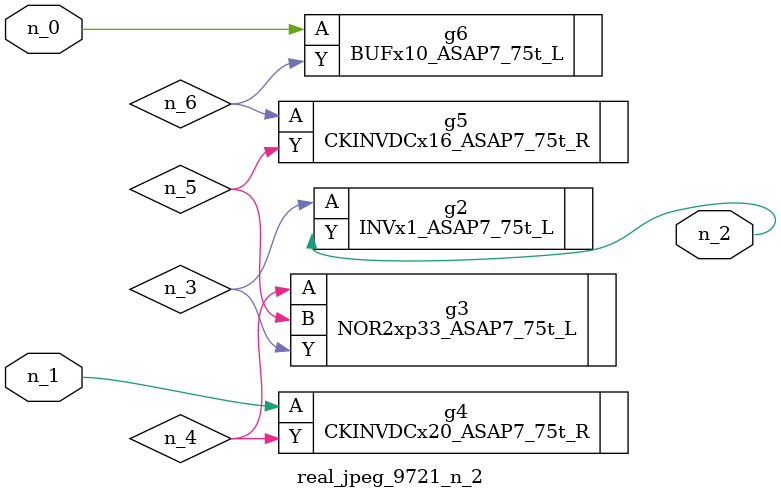
<source format=v>
module real_jpeg_9721_n_2 (n_1, n_0, n_2);

input n_1;
input n_0;

output n_2;

wire n_5;
wire n_4;
wire n_6;
wire n_3;

BUFx10_ASAP7_75t_L g6 ( 
.A(n_0),
.Y(n_6)
);

CKINVDCx20_ASAP7_75t_R g4 ( 
.A(n_1),
.Y(n_4)
);

INVx1_ASAP7_75t_L g2 ( 
.A(n_3),
.Y(n_2)
);

NOR2xp33_ASAP7_75t_L g3 ( 
.A(n_4),
.B(n_5),
.Y(n_3)
);

CKINVDCx16_ASAP7_75t_R g5 ( 
.A(n_6),
.Y(n_5)
);


endmodule
</source>
